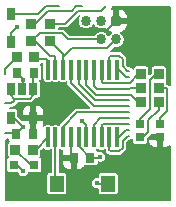
<source format=gtl>
%TF.GenerationSoftware,KiCad,Pcbnew,9.0.4*%
%TF.CreationDate,2025-10-01T23:03:59+01:00*%
%TF.ProjectId,vm_rgb_led,766d5f72-6762-45f6-9c65-642e6b696361,0.4*%
%TF.SameCoordinates,PX518a060PY47868c0*%
%TF.FileFunction,Copper,L1,Top*%
%TF.FilePolarity,Positive*%
%FSLAX45Y45*%
G04 Gerber Fmt 4.5, Leading zero omitted, Abs format (unit mm)*
G04 Created by KiCad (PCBNEW 9.0.4) date 2025-10-01 23:03:59*
%MOMM*%
%LPD*%
G01*
G04 APERTURE LIST*
G04 Aperture macros list*
%AMRoundRect*
0 Rectangle with rounded corners*
0 $1 Rounding radius*
0 $2 $3 $4 $5 $6 $7 $8 $9 X,Y pos of 4 corners*
0 Add a 4 corners polygon primitive as box body*
4,1,4,$2,$3,$4,$5,$6,$7,$8,$9,$2,$3,0*
0 Add four circle primitives for the rounded corners*
1,1,$1+$1,$2,$3*
1,1,$1+$1,$4,$5*
1,1,$1+$1,$6,$7*
1,1,$1+$1,$8,$9*
0 Add four rect primitives between the rounded corners*
20,1,$1+$1,$2,$3,$4,$5,0*
20,1,$1+$1,$4,$5,$6,$7,0*
20,1,$1+$1,$6,$7,$8,$9,0*
20,1,$1+$1,$8,$9,$2,$3,0*%
G04 Aperture macros list end*
%TA.AperFunction,SMDPad,CuDef*%
%ADD10C,0.125000*%
%TD*%
%TA.AperFunction,ComponentPad*%
%ADD11RoundRect,0.172720X-0.259080X-0.259080X0.259080X-0.259080X0.259080X0.259080X-0.259080X0.259080X0*%
%TD*%
%TA.AperFunction,ComponentPad*%
%ADD12C,0.863600*%
%TD*%
%TA.AperFunction,SMDPad,CuDef*%
%ADD13R,0.860000X0.810000*%
%TD*%
%TA.AperFunction,SMDPad,CuDef*%
%ADD14R,0.700000X1.000000*%
%TD*%
%TA.AperFunction,SMDPad,CuDef*%
%ADD15R,0.800000X0.800000*%
%TD*%
%TA.AperFunction,SMDPad,CuDef*%
%ADD16R,0.800000X0.900000*%
%TD*%
%TA.AperFunction,SMDPad,CuDef*%
%ADD17O,0.360000X1.740000*%
%TD*%
%TA.AperFunction,SMDPad,CuDef*%
%ADD18R,1.230000X1.360000*%
%TD*%
%TA.AperFunction,SMDPad,CuDef*%
%ADD19R,0.810000X0.860000*%
%TD*%
%TA.AperFunction,SMDPad,CuDef*%
%ADD20R,0.750000X1.000000*%
%TD*%
%TA.AperFunction,SMDPad,CuDef*%
%ADD21R,0.800000X0.700000*%
%TD*%
%TA.AperFunction,ViaPad*%
%ADD22C,0.450000*%
%TD*%
%TA.AperFunction,Conductor*%
%ADD23C,0.200000*%
%TD*%
G04 APERTURE END LIST*
D10*
%TO.P,GS5,1,SWDIO~^*%
%TO.N,Net-(GS5-SWDIO~^)*%
X150000Y825000D03*
%TD*%
%TO.P,GS3,1,JD_DATA*%
%TO.N,Net-(GS3-JD_DATA)*%
X-700000Y250000D03*
%TD*%
D11*
%TO.P,J1,1,Vcc*%
%TO.N,+3V3*%
X237500Y700000D03*
D12*
%TO.P,J1,2,SWDIO*%
%TO.N,/SWDIO*%
X237500Y542520D03*
%TO.P,J1,3,GND*%
%TO.N,GND*%
X110500Y700000D03*
%TO.P,J1,4,SWDCLK*%
%TO.N,/SWCLK*%
X110500Y542520D03*
%TO.P,J1,5,~{RESET}*%
%TO.N,/nRESET*%
X-16500Y700000D03*
%TD*%
D13*
%TO.P,R7,1*%
%TO.N,/SWDIO*%
X-320000Y525000D03*
%TO.P,R7,2*%
%TO.N,Net-(GS5-SWDIO~^)*%
X-320000Y675000D03*
%TD*%
D10*
%TO.P,GS4,1,SWCLK*%
%TO.N,Net-(GS4-SWCLK)*%
X-50000Y825000D03*
%TD*%
D14*
%TO.P,U2,1,IN*%
%TO.N,JD_PWR*%
X-465000Y120000D03*
%TO.P,U2,2,GND*%
%TO.N,GND*%
X-560000Y120000D03*
%TO.P,U2,3,EN*%
%TO.N,JD_PWR*%
X-655000Y120000D03*
%TO.P,U2,4,N/C*%
%TO.N,GND*%
X-655000Y-120000D03*
%TO.P,U2,5,OUT*%
%TO.N,+3V3*%
X-465000Y-120000D03*
%TD*%
D10*
%TO.P,GS6,1,RESET*%
%TO.N,Net-(D2-K)*%
X-250000Y825000D03*
%TD*%
D15*
%TO.P,D1,1*%
%TO.N,Net-(D1-Pad1)*%
X-455000Y-520000D03*
%TO.P,D1,2*%
%TO.N,GND*%
X-625000Y-520000D03*
%TD*%
D13*
%TO.P,R6,1*%
%TO.N,/SWCLK*%
X-480000Y525000D03*
%TO.P,R6,2*%
%TO.N,Net-(GS4-SWCLK)*%
X-480000Y675000D03*
%TD*%
D16*
%TO.P,C3,1*%
%TO.N,+3V3*%
X-470000Y-260000D03*
%TO.P,C3,2*%
%TO.N,GND*%
X-610000Y-260000D03*
%TD*%
D17*
%TO.P,U1,1,PB7/PB8*%
%TO.N,/JD_STATUS*%
X-341000Y-287000D03*
%TO.P,U1,2,PB9/PC14-OSC32_IN*%
%TO.N,/nFLASH*%
X-276000Y-287000D03*
%TO.P,U1,3,PC15-OSC32_OUT*%
%TO.N,unconnected-(U1-PC15-OSC32_OUT-Pad3)*%
X-211000Y-287000D03*
%TO.P,U1,4,VDD/VDDA*%
%TO.N,+3V3*%
X-146000Y-287000D03*
%TO.P,U1,5,VSS/VSSA*%
%TO.N,GND*%
X-80000Y-287000D03*
%TO.P,U1,6,NRST*%
%TO.N,/nRESET*%
X-15000Y-287000D03*
%TO.P,U1,7,PA0*%
%TO.N,unconnected-(U1-PA0-Pad7)*%
X50000Y-287000D03*
%TO.P,U1,8,PA1*%
%TO.N,unconnected-(U1-PA1-Pad8)*%
X115000Y-287000D03*
%TO.P,U1,9,PA2*%
%TO.N,unconnected-(U1-PA2-Pad9)*%
X180000Y-287000D03*
%TO.P,U1,10,PA3*%
%TO.N,unconnected-(U1-PA3-Pad10)*%
X245000Y-287000D03*
%TO.P,U1,11,PA4*%
%TO.N,unconnected-(U1-PA4-Pad11)*%
X245000Y287000D03*
%TO.P,U1,12,PA5*%
%TO.N,unconnected-(U1-PA5-Pad12)*%
X180000Y287000D03*
%TO.P,U1,13,PA6*%
%TO.N,/JD_RGB_R*%
X115000Y287000D03*
%TO.P,U1,14,PA7*%
%TO.N,/JD_RGB_B*%
X50000Y287000D03*
%TO.P,U1,15,PB0/PB1/PB2/PA8*%
%TO.N,/JD_RGB_G*%
X-15000Y287000D03*
%TO.P,U1,16,PA11[PA9]*%
%TO.N,unconnected-(U1-PA11[PA9]-Pad16)*%
X-80000Y287000D03*
%TO.P,U1,17,PA12[PA10]*%
%TO.N,unconnected-(U1-PA12[PA10]-Pad17)*%
X-146000Y287000D03*
%TO.P,U1,18,PA13*%
%TO.N,/SWDIO*%
X-211000Y287000D03*
%TO.P,U1,19,PA15/PA14-BOOT0*%
%TO.N,/SWCLK*%
X-276000Y287000D03*
%TO.P,U1,20,PB3/PB4/PB5/PB6*%
%TO.N,/JD_DATA_MCU*%
X-341000Y287000D03*
%TD*%
D18*
%TO.P,SW1,1,1*%
%TO.N,GND*%
X170000Y-680000D03*
%TO.P,SW1,2,2*%
%TO.N,/nFLASH*%
X-266000Y-680000D03*
%TD*%
D10*
%TO.P,GS2,1,GND*%
%TO.N,GND*%
X-700000Y-250000D03*
%TD*%
D19*
%TO.P,R4,1*%
%TO.N,Net-(D3-G)*%
X600000Y10000D03*
%TO.P,R4,2*%
%TO.N,/JD_RGB_G*%
X450000Y10000D03*
%TD*%
%TO.P,R3,1*%
%TO.N,Net-(D3-B)*%
X600000Y130000D03*
%TO.P,R3,2*%
%TO.N,/JD_RGB_B*%
X450000Y130000D03*
%TD*%
%TO.P,R5,1*%
%TO.N,/JD_DATA_MCU*%
X-455000Y390000D03*
%TO.P,R5,2*%
%TO.N,Net-(GS3-JD_DATA)*%
X-605000Y390000D03*
%TD*%
D16*
%TO.P,C1,1*%
%TO.N,+3V3*%
X-120000Y-460000D03*
%TO.P,C1,2*%
%TO.N,GND*%
X20000Y-460000D03*
%TD*%
D10*
%TO.P,GS1,1,JD_PWR*%
%TO.N,JD_PWR*%
X-700000Y0D03*
%TD*%
D19*
%TO.P,R2,1*%
%TO.N,Net-(D3-R)*%
X600000Y250000D03*
%TO.P,R2,2*%
%TO.N,/JD_RGB_R*%
X450000Y250000D03*
%TD*%
D16*
%TO.P,C2,1*%
%TO.N,JD_PWR*%
X-460000Y260000D03*
%TO.P,C2,2*%
%TO.N,GND*%
X-600000Y260000D03*
%TD*%
D19*
%TO.P,R1,1*%
%TO.N,/JD_STATUS*%
X-465000Y-390000D03*
%TO.P,R1,2*%
%TO.N,Net-(D1-Pad1)*%
X-615000Y-390000D03*
%TD*%
D20*
%TO.P,D2,1,K*%
%TO.N,Net-(D2-K)*%
X-650000Y757000D03*
%TO.P,D2,2,A*%
%TO.N,/nRESET*%
X-650000Y523000D03*
%TD*%
D21*
%TO.P,D3,1,R*%
%TO.N,Net-(D3-R)*%
X440000Y-175000D03*
%TO.P,D3,2,B*%
%TO.N,Net-(D3-B)*%
X610000Y-175000D03*
%TO.P,D3,3*%
%TO.N,+3V3*%
X610000Y-285000D03*
%TO.P,D3,4,G*%
%TO.N,Net-(D3-G)*%
X440000Y-285000D03*
%TD*%
D22*
%TO.N,GND*%
X-550000Y200000D03*
X100000Y-450000D03*
X-550000Y-575000D03*
X75000Y-675000D03*
X-550000Y-200000D03*
%TO.N,+3V3*%
X-210000Y30000D03*
X-137500Y615800D03*
X-120000Y-600000D03*
%TO.N,/nRESET*%
X-50000Y-150000D03*
X-600000Y650000D03*
%TD*%
D23*
%TO.N,GND*%
X-550000Y200000D02*
X-550000Y210000D01*
X80000Y-680000D02*
X75000Y-675000D01*
X-655000Y-120000D02*
X-630000Y-120000D01*
X-550000Y-200000D02*
X-610000Y-260000D01*
X-630000Y-120000D02*
X-550000Y-200000D01*
X-550000Y130000D02*
X-560000Y120000D01*
X-605000Y-520000D02*
X-550000Y-575000D01*
X20000Y-460000D02*
X90000Y-460000D01*
X-80000Y-360000D02*
X20000Y-460000D01*
X-700000Y-250000D02*
X-620000Y-250000D01*
X-550000Y210000D02*
X-600000Y260000D01*
X-80000Y-287000D02*
X-80000Y-360000D01*
X-550000Y200000D02*
X-550000Y130000D01*
X-625000Y-520000D02*
X-605000Y-520000D01*
X-620000Y-250000D02*
X-610000Y-260000D01*
X170000Y-680000D02*
X80000Y-680000D01*
X90000Y-460000D02*
X100000Y-450000D01*
%TO.N,+3V3*%
X-465000Y-120000D02*
X-465000Y-255000D01*
X153300Y615800D02*
X-137500Y615800D01*
X237500Y700000D02*
X153300Y615800D01*
X-146000Y-434000D02*
X-120000Y-460000D01*
X-146000Y-287000D02*
X-146000Y-434000D01*
X-465000Y-255000D02*
X-470000Y-260000D01*
X-445000Y-115000D02*
X-445000Y-120000D01*
%TO.N,Net-(D1-Pad1)*%
X-485000Y-520000D02*
X-455000Y-520000D01*
X-615000Y-390000D02*
X-485000Y-520000D01*
%TO.N,/SWDIO*%
X161610Y466630D02*
X-138370Y466630D01*
X237500Y542520D02*
X161610Y466630D01*
X-320000Y525000D02*
X-211000Y416000D01*
X-138370Y466630D02*
X-211000Y394000D01*
X-211000Y394000D02*
X-211000Y287000D01*
X-211000Y416000D02*
X-211000Y287000D01*
%TO.N,/SWCLK*%
X-409400Y595600D02*
X-480000Y525000D01*
X-166766Y542520D02*
X110500Y542520D01*
X-276000Y394000D02*
X-276000Y287000D01*
X-325400Y404100D02*
X-286100Y404100D01*
X-446300Y525000D02*
X-325400Y404100D01*
X-460000Y525000D02*
X-446300Y525000D01*
X-286100Y404100D02*
X-276000Y394000D01*
X-219846Y595600D02*
X-409400Y595600D01*
X-219846Y595600D02*
X-166766Y542520D01*
%TO.N,/nRESET*%
X-15000Y-287000D02*
X-15000Y-185000D01*
X-15000Y-185000D02*
X-50000Y-150000D01*
X-650000Y600000D02*
X-600000Y650000D01*
X-650000Y523000D02*
X-650000Y600000D01*
%TO.N,/JD_STATUS*%
X-465000Y-390000D02*
X-444000Y-390000D01*
X-444000Y-390000D02*
X-341000Y-287000D01*
%TO.N,/nFLASH*%
X-276000Y-287000D02*
X-276000Y-670000D01*
X-276000Y-670000D02*
X-266000Y-680000D01*
%TO.N,unconnected-(U1-PA5-Pad12)*%
X331569Y275000D02*
X350000Y275000D01*
X180000Y394000D02*
X190100Y404100D01*
X190100Y404100D02*
X264924Y404100D01*
X293100Y375924D02*
X293100Y313469D01*
X180000Y287000D02*
X180000Y394000D01*
X293100Y313469D02*
X331569Y275000D01*
X264924Y404100D02*
X293100Y375924D01*
%TO.N,unconnected-(U1-PC15-OSC32_OUT-Pad3)*%
X-90500Y-75000D02*
X350000Y-75000D01*
X-211000Y-287000D02*
X-211000Y-195500D01*
X-211000Y-195500D02*
X-90500Y-75000D01*
%TO.N,unconnected-(U1-PA2-Pad9)*%
X264924Y-404100D02*
X293100Y-375924D01*
X293100Y-375924D02*
X293100Y-319973D01*
X338073Y-275000D02*
X350000Y-275000D01*
X180000Y-287000D02*
X180000Y-394000D01*
X180000Y-394000D02*
X190100Y-404100D01*
X190100Y-404100D02*
X264924Y-404100D01*
X293100Y-319973D02*
X338073Y-275000D01*
%TO.N,unconnected-(U1-PA1-Pad8)*%
X269900Y-169900D02*
X275000Y-175000D01*
X115000Y-180000D02*
X125100Y-169900D01*
X125100Y-169900D02*
X269900Y-169900D01*
X275000Y-175000D02*
X350000Y-175000D01*
X115000Y-287000D02*
X115000Y-180000D01*
%TO.N,unconnected-(U1-PA11[PA9]-Pad16)*%
X-80000Y165000D02*
X60000Y25000D01*
X60000Y25000D02*
X350000Y25000D01*
X-80000Y287000D02*
X-80000Y165000D01*
%TO.N,unconnected-(U1-PA0-Pad7)*%
X50000Y-180000D02*
X105000Y-125000D01*
X50000Y-287000D02*
X50000Y-180000D01*
X105000Y-125000D02*
X350000Y-125000D01*
%TO.N,unconnected-(U1-PA3-Pad10)*%
X245000Y-287000D02*
X263000Y-287000D01*
X325000Y-225000D02*
X350000Y-225000D01*
X263000Y-287000D02*
X325000Y-225000D01*
%TO.N,unconnected-(U1-PA12[PA10]-Pad17)*%
X-146000Y171000D02*
X50000Y-25000D01*
X50000Y-25000D02*
X350000Y-25000D01*
X-146000Y287000D02*
X-146000Y171000D01*
%TO.N,unconnected-(U1-PA4-Pad11)*%
X263000Y287000D02*
X322224Y227776D01*
X322224Y227776D02*
X347224Y227776D01*
X245000Y287000D02*
X263000Y287000D01*
%TO.N,JD_PWR*%
X-625100Y39900D02*
X-600000Y39900D01*
X-465000Y69800D02*
X-465000Y120000D01*
X-625100Y24900D02*
X-650000Y0D01*
X-494900Y39900D02*
X-465000Y69800D01*
X-465000Y120000D02*
X-465000Y255000D01*
X-625100Y39900D02*
X-625100Y24900D01*
X-655000Y120000D02*
X-655000Y69800D01*
X-655000Y69800D02*
X-625100Y39900D01*
X-600000Y39900D02*
X-494900Y39900D01*
X-465000Y255000D02*
X-460000Y260000D01*
X-700000Y0D02*
X-650000Y0D01*
%TO.N,Net-(GS3-JD_DATA)*%
X-700000Y295000D02*
X-700000Y250000D01*
X-605000Y390000D02*
X-700000Y295000D01*
%TO.N,/JD_DATA_MCU*%
X-350000Y370000D02*
X-350000Y296000D01*
X-359800Y379800D02*
X-350000Y370000D01*
X-444800Y379800D02*
X-359800Y379800D01*
X-350000Y296000D02*
X-341000Y287000D01*
X-455000Y390000D02*
X-444800Y379800D01*
%TO.N,Net-(D2-K)*%
X-354527Y825000D02*
X-250000Y825000D01*
X-422527Y757000D02*
X-354527Y825000D01*
X-650000Y757000D02*
X-422527Y757000D01*
%TO.N,Net-(GS4-SWCLK)*%
X-480000Y675000D02*
X-447959Y675000D01*
X-447959Y675000D02*
X-338059Y784900D01*
X-99451Y825000D02*
X-50000Y825000D01*
X-139551Y784900D02*
X-99451Y825000D01*
X-338059Y784900D02*
X-139551Y784900D01*
%TO.N,Net-(GS5-SWDIO~^)*%
X-320000Y675000D02*
X-192882Y675000D01*
X-192882Y675000D02*
X-82982Y784900D01*
X109900Y784900D02*
X150000Y825000D01*
X-82982Y784900D02*
X109900Y784900D01*
%TO.N,/JD_RGB_R*%
X426300Y250000D02*
X450000Y250000D01*
X115000Y180000D02*
X125100Y169900D01*
X275000Y175000D02*
X351300Y175000D01*
X125100Y169900D02*
X269900Y169900D01*
X269900Y169900D02*
X275000Y175000D01*
X450000Y240000D02*
X421710Y240000D01*
X351300Y175000D02*
X426300Y250000D01*
X115000Y287000D02*
X115000Y180000D01*
%TO.N,/JD_RGB_G*%
X66710Y75000D02*
X361300Y75000D01*
X426300Y10000D02*
X450000Y10000D01*
X361300Y75000D02*
X426300Y10000D01*
X-15000Y156710D02*
X66710Y75000D01*
X-15000Y287000D02*
X-15000Y156710D01*
%TO.N,/JD_RGB_B*%
X50000Y148420D02*
X73420Y125000D01*
X355000Y130000D02*
X450000Y130000D01*
X350000Y125000D02*
X355000Y130000D01*
X73420Y125000D02*
X350000Y125000D01*
X50000Y287000D02*
X50000Y148420D01*
%TO.N,Net-(D3-R)*%
X525000Y198700D02*
X525000Y-45000D01*
X600000Y250000D02*
X576300Y250000D01*
X440000Y-130000D02*
X440000Y-175000D01*
X525000Y-45000D02*
X440000Y-130000D01*
X576300Y250000D02*
X525000Y198700D01*
%TO.N,Net-(D3-B)*%
X600000Y130000D02*
X660500Y130000D01*
X610000Y-175000D02*
X610000Y-120500D01*
X610000Y-120500D02*
X670600Y-59900D01*
X670600Y119900D02*
X670600Y-59900D01*
X660500Y130000D02*
X670600Y119900D01*
%TO.N,Net-(D3-G)*%
X600000Y-53000D02*
X510100Y-142900D01*
X600000Y10000D02*
X600000Y-53000D01*
X510100Y-142900D02*
X510100Y-240100D01*
X465200Y-285000D02*
X440000Y-285000D01*
X510100Y-240100D02*
X465200Y-285000D01*
%TD*%
%TA.AperFunction,Conductor*%
%TO.N,+3V3*%
G36*
X607833Y-262167D02*
G01*
X610000Y-267400D01*
X610000Y-285000D01*
X627600Y-285000D01*
X632833Y-287167D01*
X635000Y-292400D01*
X635000Y-370000D01*
X654783Y-370000D01*
X660738Y-369360D01*
X660738Y-369360D01*
X674209Y-364335D01*
X674209Y-364335D01*
X685719Y-355719D01*
X685719Y-355719D01*
X686626Y-354507D01*
X691497Y-351617D01*
X696985Y-353018D01*
X699875Y-357889D01*
X699950Y-358942D01*
X699950Y-817550D01*
X697783Y-822783D01*
X692550Y-824950D01*
X-692550Y-824950D01*
X-697783Y-822783D01*
X-699950Y-817550D01*
X-699950Y-306914D01*
X-697783Y-301682D01*
X-693921Y-299778D01*
X-693942Y-299698D01*
X-693540Y-299590D01*
X-693515Y-299578D01*
X-693475Y-299572D01*
X-693474Y-299572D01*
X-680866Y-296194D01*
X-680865Y-296194D01*
X-680418Y-296008D01*
X-680318Y-296249D01*
X-675536Y-295618D01*
X-671042Y-299065D01*
X-670050Y-302767D01*
X-670050Y-306975D01*
X-668887Y-312823D01*
X-664218Y-319811D01*
X-663113Y-325366D01*
X-666259Y-330075D01*
X-669955Y-332545D01*
X-669955Y-332545D01*
X-674387Y-339177D01*
X-674387Y-339177D01*
X-675550Y-345025D01*
X-675550Y-434975D01*
X-675059Y-437444D01*
X-674387Y-440823D01*
X-673302Y-442447D01*
X-669955Y-447455D01*
X-669716Y-447615D01*
X-669556Y-447854D01*
X-669440Y-447970D01*
X-669463Y-447993D01*
X-666569Y-452324D01*
X-667674Y-457879D01*
X-672383Y-461026D01*
X-672500Y-461049D01*
X-672823Y-461113D01*
X-679455Y-465545D01*
X-679455Y-465545D01*
X-683887Y-472177D01*
X-685050Y-478025D01*
X-685050Y-561975D01*
X-683887Y-567823D01*
X-680939Y-572234D01*
X-679455Y-574455D01*
X-675044Y-577403D01*
X-672823Y-578887D01*
X-672823Y-578887D01*
X-672823Y-578887D01*
X-666975Y-580050D01*
X-598376Y-580050D01*
X-593144Y-582217D01*
X-591228Y-585535D01*
X-589651Y-591423D01*
X-589650Y-591424D01*
X-588675Y-593113D01*
X-584049Y-601126D01*
X-576126Y-609049D01*
X-566424Y-614650D01*
X-555602Y-617550D01*
X-555602Y-617550D01*
X-555602Y-617550D01*
X-544398Y-617550D01*
X-544398Y-617550D01*
X-533576Y-614650D01*
X-523874Y-609049D01*
X-515951Y-601126D01*
X-510350Y-591424D01*
X-508573Y-584794D01*
X-505126Y-580301D01*
X-499982Y-579452D01*
X-496975Y-580050D01*
X-496975Y-580050D01*
X-413025Y-580050D01*
X-413025Y-580050D01*
X-407177Y-578887D01*
X-400545Y-574455D01*
X-396113Y-567823D01*
X-394950Y-561975D01*
X-394950Y-478025D01*
X-396113Y-472177D01*
X-400545Y-465545D01*
X-402766Y-464061D01*
X-407177Y-461113D01*
X-407177Y-461113D01*
X-407462Y-461056D01*
X-407617Y-461026D01*
X-412326Y-457879D01*
X-413431Y-452324D01*
X-410537Y-447993D01*
X-410560Y-447970D01*
X-410444Y-447854D01*
X-410284Y-447615D01*
X-410045Y-447455D01*
X-405613Y-440823D01*
X-404450Y-434975D01*
X-404450Y-396012D01*
X-402283Y-390780D01*
X-385374Y-373871D01*
X-380142Y-371704D01*
X-374909Y-373871D01*
X-373733Y-375404D01*
X-371448Y-379363D01*
X-364363Y-386448D01*
X-355687Y-391457D01*
X-346010Y-394050D01*
X-346010Y-394050D01*
X-346009Y-394050D01*
X-335990Y-394050D01*
X-335990Y-394050D01*
X-326313Y-391457D01*
X-319499Y-387522D01*
X-317217Y-386205D01*
X-317072Y-386456D01*
X-312487Y-385225D01*
X-307581Y-388055D01*
X-306050Y-392562D01*
X-306050Y-584550D01*
X-308217Y-589783D01*
X-313450Y-591950D01*
X-329475Y-591950D01*
X-332399Y-592532D01*
X-335323Y-593113D01*
X-341955Y-597545D01*
X-341955Y-597545D01*
X-346387Y-604177D01*
X-347550Y-610025D01*
X-347550Y-749975D01*
X-346387Y-755823D01*
X-343439Y-760234D01*
X-341955Y-762455D01*
X-337544Y-765403D01*
X-335323Y-766887D01*
X-335323Y-766887D01*
X-335323Y-766887D01*
X-329475Y-768050D01*
X-329475Y-768050D01*
X-202525Y-768050D01*
X-202525Y-768050D01*
X-196677Y-766887D01*
X-190045Y-762455D01*
X-185613Y-755823D01*
X-184450Y-749975D01*
X-184450Y-669398D01*
X32450Y-669398D01*
X32450Y-680602D01*
X35350Y-691423D01*
X35350Y-691424D01*
X35350Y-691424D01*
X40952Y-701126D01*
X48874Y-709048D01*
X58576Y-714650D01*
X69398Y-717550D01*
X69398Y-717550D01*
X81050Y-717550D01*
X86283Y-719717D01*
X88450Y-724950D01*
X88450Y-749975D01*
X89613Y-755823D01*
X92561Y-760234D01*
X94045Y-762455D01*
X98456Y-765403D01*
X100677Y-766887D01*
X100677Y-766887D01*
X100677Y-766887D01*
X106525Y-768050D01*
X106525Y-768050D01*
X233475Y-768050D01*
X233475Y-768050D01*
X239323Y-766887D01*
X245955Y-762455D01*
X250387Y-755823D01*
X251550Y-749975D01*
X251550Y-610025D01*
X250387Y-604177D01*
X245955Y-597545D01*
X243734Y-596061D01*
X239323Y-593113D01*
X239323Y-593113D01*
X236399Y-592532D01*
X233475Y-591950D01*
X106525Y-591950D01*
X103601Y-592532D01*
X100677Y-593113D01*
X94045Y-597545D01*
X94045Y-597545D01*
X89613Y-604177D01*
X88450Y-610025D01*
X88450Y-625050D01*
X86283Y-630283D01*
X81050Y-632450D01*
X69398Y-632450D01*
X58577Y-635350D01*
X58576Y-635350D01*
X48874Y-640952D01*
X40952Y-648874D01*
X35350Y-658576D01*
X35350Y-658577D01*
X32450Y-669398D01*
X-184450Y-669398D01*
X-184450Y-610025D01*
X-185613Y-604177D01*
X-190045Y-597545D01*
X-192266Y-596061D01*
X-196677Y-593113D01*
X-196677Y-593113D01*
X-199601Y-592532D01*
X-202525Y-591950D01*
X-202525Y-591950D01*
X-238550Y-591950D01*
X-243783Y-589783D01*
X-245950Y-584550D01*
X-245950Y-509783D01*
X-210000Y-509783D01*
X-209360Y-515737D01*
X-209360Y-515738D01*
X-204335Y-529209D01*
X-204335Y-529209D01*
X-195719Y-540719D01*
X-184209Y-549335D01*
X-184209Y-549335D01*
X-170738Y-554360D01*
X-170738Y-554360D01*
X-164783Y-555000D01*
X-145000Y-555000D01*
X-145000Y-485000D01*
X-210000Y-485000D01*
X-210000Y-509783D01*
X-245950Y-509783D01*
X-245950Y-392562D01*
X-243783Y-387330D01*
X-238550Y-385162D01*
X-234898Y-386403D01*
X-234783Y-386205D01*
X-232501Y-387522D01*
X-225687Y-391457D01*
X-216009Y-394050D01*
X-216009Y-394050D01*
X-215529Y-394113D01*
X-215556Y-394320D01*
X-210976Y-396217D01*
X-208809Y-401450D01*
X-209275Y-404036D01*
X-209360Y-404262D01*
X-210000Y-410217D01*
X-210000Y-435000D01*
X-127400Y-435000D01*
X-122167Y-437167D01*
X-120000Y-442400D01*
X-120000Y-460000D01*
X-102400Y-460000D01*
X-97167Y-462167D01*
X-95000Y-467400D01*
X-95000Y-555000D01*
X-75217Y-555000D01*
X-69263Y-554360D01*
X-69262Y-554360D01*
X-55791Y-549335D01*
X-55791Y-549335D01*
X-44281Y-540719D01*
X-35665Y-529209D01*
X-35476Y-528703D01*
X-31617Y-524558D01*
X-27099Y-524031D01*
X-21975Y-525050D01*
X-21975Y-525050D01*
X61975Y-525050D01*
X61975Y-525050D01*
X67823Y-523887D01*
X74455Y-519455D01*
X78887Y-512823D01*
X80050Y-506975D01*
X80050Y-498349D01*
X82217Y-493117D01*
X87450Y-490949D01*
X89365Y-491201D01*
X92999Y-492175D01*
X94398Y-492550D01*
X94398Y-492550D01*
X94398Y-492550D01*
X105602Y-492550D01*
X105602Y-492550D01*
X116424Y-489650D01*
X126126Y-484048D01*
X134049Y-476126D01*
X139650Y-466424D01*
X142550Y-455602D01*
X142550Y-455602D01*
X142550Y-444398D01*
X142550Y-444398D01*
X141592Y-440823D01*
X139650Y-433576D01*
X134049Y-423874D01*
X126126Y-415951D01*
X120064Y-412451D01*
X116424Y-410350D01*
X116423Y-410349D01*
X110204Y-408683D01*
X110203Y-408683D01*
X105602Y-407450D01*
X94398Y-407450D01*
X86519Y-409561D01*
X85248Y-409394D01*
X84030Y-409791D01*
X82801Y-409072D01*
X80904Y-408822D01*
X78981Y-407224D01*
X78695Y-406891D01*
X74455Y-400545D01*
X71677Y-398688D01*
X71014Y-397913D01*
X70428Y-396117D01*
X69379Y-394546D01*
X69583Y-393521D01*
X69259Y-392529D01*
X70115Y-390844D01*
X70484Y-388991D01*
X71578Y-387966D01*
X71826Y-387480D01*
X72243Y-387344D01*
X72937Y-386694D01*
X73363Y-386448D01*
X77267Y-382543D01*
X82500Y-380376D01*
X87733Y-382543D01*
X91637Y-386448D01*
X100313Y-391457D01*
X104834Y-392668D01*
X109991Y-394050D01*
X112443Y-394050D01*
X120010Y-394050D01*
X120010Y-394050D01*
X129687Y-391457D01*
X136501Y-387522D01*
X138783Y-386205D01*
X138928Y-386456D01*
X143513Y-385225D01*
X148419Y-388055D01*
X149950Y-392562D01*
X149950Y-397956D01*
X151998Y-405599D01*
X153645Y-408451D01*
X153645Y-408451D01*
X155954Y-412451D01*
X171649Y-428146D01*
X178501Y-432102D01*
X186144Y-434150D01*
X186144Y-434150D01*
X268880Y-434150D01*
X268880Y-434150D01*
X276523Y-432102D01*
X283375Y-428146D01*
X288970Y-422551D01*
X317146Y-394375D01*
X319647Y-390044D01*
X321102Y-387523D01*
X323150Y-379880D01*
X323150Y-379880D01*
X323150Y-335485D01*
X325317Y-330252D01*
X348352Y-307217D01*
X353585Y-305050D01*
X353956Y-305050D01*
X353956Y-305050D01*
X361599Y-303002D01*
X368451Y-299046D01*
X368451Y-299046D01*
X368850Y-298816D01*
X374465Y-298076D01*
X378959Y-301524D01*
X379950Y-305224D01*
X379950Y-321975D01*
X380562Y-325050D01*
X381113Y-327823D01*
X383061Y-330738D01*
X385545Y-334455D01*
X387086Y-335485D01*
X392177Y-338887D01*
X392177Y-338887D01*
X392177Y-338887D01*
X398025Y-340050D01*
X398025Y-340050D01*
X481975Y-340050D01*
X481975Y-340050D01*
X487823Y-338887D01*
X494455Y-334455D01*
X498887Y-327823D01*
X499491Y-324783D01*
X520000Y-324783D01*
X520640Y-330738D01*
X520640Y-330738D01*
X525665Y-344209D01*
X525665Y-344209D01*
X534281Y-355719D01*
X545791Y-364335D01*
X545791Y-364335D01*
X559262Y-369360D01*
X559262Y-369360D01*
X565217Y-370000D01*
X585000Y-370000D01*
X585000Y-310000D01*
X520000Y-310000D01*
X520000Y-324783D01*
X499491Y-324783D01*
X500050Y-321975D01*
X500050Y-295712D01*
X502217Y-290480D01*
X530530Y-262167D01*
X535762Y-260000D01*
X602600Y-260000D01*
X607833Y-262167D01*
G37*
%TD.AperFunction*%
%TA.AperFunction,Conductor*%
G36*
X-381297Y346397D02*
G01*
X-380050Y342286D01*
X-380050Y292044D01*
X-379302Y289253D01*
X-379050Y287338D01*
X-379050Y212990D01*
X-376457Y203313D01*
X-371628Y194950D01*
X-371448Y194637D01*
X-364363Y187552D01*
X-355687Y182543D01*
X-346010Y179950D01*
X-346010Y179950D01*
X-346009Y179950D01*
X-335990Y179950D01*
X-335990Y179950D01*
X-326313Y182543D01*
X-317637Y187552D01*
X-313733Y191457D01*
X-308500Y193624D01*
X-303267Y191457D01*
X-299363Y187552D01*
X-290687Y182543D01*
X-281010Y179950D01*
X-281010Y179950D01*
X-281009Y179950D01*
X-270990Y179950D01*
X-270990Y179950D01*
X-261313Y182543D01*
X-252637Y187552D01*
X-248733Y191457D01*
X-243500Y193624D01*
X-238267Y191457D01*
X-234363Y187552D01*
X-225687Y182543D01*
X-216010Y179950D01*
X-216010Y179950D01*
X-216009Y179950D01*
X-205990Y179950D01*
X-205990Y179950D01*
X-196313Y182543D01*
X-190738Y185762D01*
X-187217Y187795D01*
X-187072Y187544D01*
X-182487Y188775D01*
X-177581Y185945D01*
X-176050Y181438D01*
X-176050Y167044D01*
X-174002Y159402D01*
X-174002Y159401D01*
X-174002Y159401D01*
X-172876Y157450D01*
X-172876Y157450D01*
X-170046Y152549D01*
X14820Y-32317D01*
X16988Y-37550D01*
X14820Y-42783D01*
X9588Y-44950D01*
X-94456Y-44950D01*
X-102099Y-46998D01*
X-102099Y-46998D01*
X-107212Y-49950D01*
X-108951Y-50954D01*
X-235046Y-177049D01*
X-239002Y-183901D01*
X-239002Y-183901D01*
X-239338Y-185154D01*
X-242786Y-189647D01*
X-248401Y-190386D01*
X-251718Y-188471D01*
X-252637Y-187552D01*
X-261313Y-182543D01*
X-261313Y-182543D01*
X-270990Y-179950D01*
X-270991Y-179950D01*
X-281009Y-179950D01*
X-281010Y-179950D01*
X-290687Y-182543D01*
X-299363Y-187552D01*
X-303267Y-191457D01*
X-308500Y-193624D01*
X-313733Y-191457D01*
X-317637Y-187552D01*
X-326314Y-182543D01*
X-326313Y-182543D01*
X-335990Y-179950D01*
X-335991Y-179950D01*
X-346009Y-179950D01*
X-346010Y-179950D01*
X-355687Y-182543D01*
X-364363Y-187552D01*
X-364364Y-187553D01*
X-370323Y-193512D01*
X-375555Y-195679D01*
X-380788Y-193511D01*
X-382955Y-188279D01*
X-382488Y-185693D01*
X-380640Y-180738D01*
X-380640Y-180737D01*
X-380000Y-174783D01*
X-380000Y-145000D01*
X-440000Y-145000D01*
X-440000Y-220600D01*
X-442167Y-225833D01*
X-443303Y-226303D01*
X-445000Y-228000D01*
X-445000Y-252600D01*
X-447167Y-257833D01*
X-452400Y-260000D01*
X-487600Y-260000D01*
X-492833Y-257833D01*
X-495000Y-252600D01*
X-495000Y-164400D01*
X-492833Y-159167D01*
X-491697Y-158697D01*
X-490000Y-157000D01*
X-490000Y-145000D01*
X-550000Y-145000D01*
X-551019Y-146019D01*
X-556252Y-148186D01*
X-561484Y-146019D01*
X-597783Y-109720D01*
X-599950Y-104488D01*
X-599950Y-68025D01*
X-600261Y-66463D01*
X-600509Y-65217D01*
X-550000Y-65217D01*
X-550000Y-95000D01*
X-490000Y-95000D01*
X-440000Y-95000D01*
X-380000Y-95000D01*
X-380000Y-65217D01*
X-380640Y-59262D01*
X-380640Y-59262D01*
X-385665Y-45791D01*
X-385665Y-45791D01*
X-394281Y-34281D01*
X-405791Y-25665D01*
X-405791Y-25664D01*
X-419262Y-20640D01*
X-419262Y-20640D01*
X-425217Y-20000D01*
X-440000Y-20000D01*
X-440000Y-95000D01*
X-490000Y-95000D01*
X-490000Y-20000D01*
X-504783Y-20000D01*
X-510738Y-20640D01*
X-510738Y-20640D01*
X-524209Y-25664D01*
X-524209Y-25665D01*
X-535719Y-34281D01*
X-544335Y-45791D01*
X-544336Y-45791D01*
X-549360Y-59262D01*
X-549360Y-59262D01*
X-550000Y-65217D01*
X-600509Y-65217D01*
X-600604Y-64737D01*
X-601113Y-62177D01*
X-605545Y-55545D01*
X-607766Y-54061D01*
X-612177Y-51113D01*
X-612177Y-51113D01*
X-615101Y-50532D01*
X-618025Y-49950D01*
X-662407Y-49950D01*
X-667639Y-47783D01*
X-669807Y-42550D01*
X-667639Y-37317D01*
X-662539Y-32217D01*
X-657307Y-30050D01*
X-646044Y-30050D01*
X-646044Y-30050D01*
X-638401Y-28002D01*
X-631549Y-24046D01*
X-625954Y-18451D01*
X-601054Y6449D01*
X-601054Y6449D01*
X-600759Y6834D01*
X-600547Y6671D01*
X-596734Y9598D01*
X-594818Y9850D01*
X-490944Y9850D01*
X-490944Y9850D01*
X-483301Y11898D01*
X-476449Y15854D01*
X-470854Y21449D01*
X-444520Y47783D01*
X-439288Y49950D01*
X-428025Y49950D01*
X-428025Y49950D01*
X-422177Y51113D01*
X-415545Y55545D01*
X-411113Y62177D01*
X-409950Y68025D01*
X-409950Y171975D01*
X-411113Y177823D01*
X-414267Y182543D01*
X-415906Y184996D01*
X-417011Y190551D01*
X-413865Y195260D01*
X-412585Y195944D01*
X-412177Y196113D01*
X-412177Y196113D01*
X-405545Y200545D01*
X-401113Y207177D01*
X-399950Y213025D01*
X-399950Y306975D01*
X-401113Y312823D01*
X-405545Y319455D01*
X-405545Y319455D01*
X-405783Y319811D01*
X-406888Y325366D01*
X-403741Y330075D01*
X-400045Y332545D01*
X-395613Y339177D01*
X-394708Y343729D01*
X-391561Y348439D01*
X-386006Y349543D01*
X-381297Y346397D01*
G37*
%TD.AperFunction*%
%TA.AperFunction,Conductor*%
G36*
X697783Y822783D02*
G01*
X699950Y817550D01*
X699950Y150912D01*
X697783Y145680D01*
X692550Y143512D01*
X687317Y145680D01*
X678951Y154046D01*
X675164Y156232D01*
X675164Y156233D01*
X674616Y156549D01*
X672099Y158002D01*
X665709Y159714D01*
X665393Y159831D01*
X663540Y161541D01*
X661541Y163075D01*
X661430Y163489D01*
X661232Y163673D01*
X661205Y164329D01*
X660550Y166775D01*
X660550Y174975D01*
X660550Y174975D01*
X659387Y180823D01*
X656002Y185889D01*
X654897Y191443D01*
X656002Y194111D01*
X656194Y194398D01*
X659387Y199177D01*
X660550Y205025D01*
X660550Y294975D01*
X659387Y300823D01*
X654955Y307455D01*
X652734Y308939D01*
X648323Y311887D01*
X648323Y311887D01*
X645399Y312468D01*
X642475Y313050D01*
X557525Y313050D01*
X554601Y312468D01*
X551677Y311887D01*
X545045Y307455D01*
X545045Y307455D01*
X540613Y300823D01*
X539450Y294975D01*
X539450Y258712D01*
X537283Y253480D01*
X523183Y239380D01*
X517950Y237212D01*
X512717Y239380D01*
X510550Y244612D01*
X510550Y294975D01*
X510550Y294975D01*
X509387Y300823D01*
X504955Y307455D01*
X502734Y308939D01*
X498323Y311887D01*
X498323Y311887D01*
X495399Y312468D01*
X492475Y313050D01*
X407525Y313050D01*
X404601Y312468D01*
X401677Y311887D01*
X395045Y307455D01*
X395045Y307455D01*
X390613Y300823D01*
X389450Y294975D01*
X389450Y294388D01*
X387283Y289155D01*
X382050Y286988D01*
X376817Y289155D01*
X375641Y290688D01*
X374046Y293451D01*
X368451Y299046D01*
X361599Y303002D01*
X361598Y303002D01*
X353956Y305050D01*
X353956Y305050D01*
X347081Y305050D01*
X341848Y307217D01*
X325317Y323748D01*
X323150Y328981D01*
X323150Y379880D01*
X323150Y379880D01*
X321102Y387522D01*
X321102Y387523D01*
X317146Y394375D01*
X283375Y428146D01*
X276523Y432102D01*
X276522Y432102D01*
X268880Y434150D01*
X268880Y434150D01*
X194056Y434150D01*
X189492Y434150D01*
X184260Y436317D01*
X182092Y441550D01*
X184260Y446783D01*
X185656Y448179D01*
X192694Y455217D01*
X216377Y478900D01*
X221609Y481067D01*
X223052Y480925D01*
X231272Y479290D01*
X231273Y479290D01*
X243727Y479290D01*
X243728Y479290D01*
X255943Y481720D01*
X267451Y486486D01*
X277807Y493406D01*
X286614Y502213D01*
X293534Y512569D01*
X298300Y524076D01*
X300730Y536292D01*
X300730Y548748D01*
X298300Y560964D01*
X296400Y565550D01*
X293534Y572470D01*
X293467Y572570D01*
X286614Y582827D01*
X277807Y591634D01*
X277806Y591634D01*
X277806Y591634D01*
X273867Y594266D01*
X270721Y598975D01*
X271826Y604530D01*
X275777Y607484D01*
X291220Y612296D01*
X305201Y620748D01*
X316752Y632299D01*
X325204Y646280D01*
X330064Y661876D01*
X330064Y661877D01*
X330680Y668654D01*
X330680Y668655D01*
X330680Y675000D01*
X250079Y675000D01*
X254656Y677642D01*
X259858Y682844D01*
X263536Y689216D01*
X265440Y696322D01*
X265440Y703678D01*
X263536Y710784D01*
X259858Y717156D01*
X254656Y722358D01*
X250079Y725000D01*
X262500Y725000D01*
X330680Y725000D01*
X330680Y731345D01*
X330680Y731346D01*
X330064Y738123D01*
X330064Y738124D01*
X325204Y753720D01*
X316752Y767701D01*
X305201Y779252D01*
X291220Y787704D01*
X275624Y792564D01*
X275623Y792564D01*
X268846Y793180D01*
X262500Y793180D01*
X262500Y725000D01*
X250079Y725000D01*
X248284Y726036D01*
X241178Y727940D01*
X233822Y727940D01*
X226716Y726036D01*
X220344Y722358D01*
X215142Y717156D01*
X212500Y712579D01*
X212500Y793180D01*
X206153Y793180D01*
X201867Y792790D01*
X196460Y794475D01*
X193828Y799490D01*
X194789Y803860D01*
X196194Y806294D01*
X199572Y818901D01*
X199572Y818902D01*
X199698Y819370D01*
X199973Y819296D01*
X202351Y823419D01*
X206858Y824950D01*
X692550Y824950D01*
X697783Y822783D01*
G37*
%TD.AperFunction*%
%TA.AperFunction,Conductor*%
G36*
X-69081Y745839D02*
G01*
X-66914Y740606D01*
X-68161Y736495D01*
X-72534Y729950D01*
X-77300Y718444D01*
X-77300Y718443D01*
X-79730Y706228D01*
X-79730Y693773D01*
X-77300Y681557D01*
X-77300Y681556D01*
X-72534Y670050D01*
X-66117Y660446D01*
X-65614Y659693D01*
X-56807Y650886D01*
X-46451Y643966D01*
X-46450Y643966D01*
X-46450Y643966D01*
X-42798Y642454D01*
X-34944Y639200D01*
X-22728Y636770D01*
X-22727Y636770D01*
X-10273Y636770D01*
X-10272Y636770D01*
X1943Y639200D01*
X13451Y643966D01*
X23807Y650886D01*
X32614Y659693D01*
X39534Y670049D01*
X40163Y671570D01*
X44168Y675574D01*
X49832Y675574D01*
X53836Y671570D01*
X54466Y670050D01*
X54466Y670049D01*
X60883Y660446D01*
X61386Y659693D01*
X70193Y650886D01*
X80549Y643966D01*
X80550Y643966D01*
X80550Y643966D01*
X84202Y642454D01*
X92056Y639200D01*
X104272Y636770D01*
X104272Y636770D01*
X116727Y636770D01*
X116728Y636770D01*
X128943Y639200D01*
X136798Y642454D01*
X140450Y643966D01*
X140450Y643966D01*
X140451Y643966D01*
X141665Y644778D01*
X147220Y645883D01*
X151929Y642737D01*
X152109Y642454D01*
X158248Y632299D01*
X169799Y620748D01*
X183780Y612296D01*
X199223Y607484D01*
X203574Y603858D01*
X204086Y598218D01*
X201133Y594266D01*
X197194Y591634D01*
X197193Y591634D01*
X188386Y582826D01*
X181466Y572471D01*
X180837Y570951D01*
X176832Y566946D01*
X171168Y566946D01*
X167163Y570951D01*
X166534Y572471D01*
X159614Y582826D01*
X159614Y582827D01*
X150807Y591634D01*
X149340Y592614D01*
X140450Y598554D01*
X128944Y603320D01*
X128943Y603320D01*
X119740Y605151D01*
X116728Y605750D01*
X104272Y605750D01*
X101923Y605283D01*
X92057Y603320D01*
X92056Y603320D01*
X80550Y598554D01*
X70194Y591634D01*
X61386Y582826D01*
X59467Y579955D01*
X56730Y575859D01*
X52021Y572712D01*
X50577Y572570D01*
X-151254Y572570D01*
X-156487Y574737D01*
X-201395Y619646D01*
X-208247Y623602D01*
X-208248Y623602D01*
X-215890Y625650D01*
X-215890Y625650D01*
X-249550Y625650D01*
X-254783Y627817D01*
X-256950Y633050D01*
X-256950Y637550D01*
X-254783Y642783D01*
X-249550Y644950D01*
X-188926Y644950D01*
X-188926Y644950D01*
X-181283Y646998D01*
X-174431Y650954D01*
X-168836Y656549D01*
X-79546Y745839D01*
X-74314Y748006D01*
X-69081Y745839D01*
G37*
%TD.AperFunction*%
%TD*%
M02*

</source>
